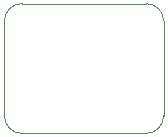
<source format=gbr>
%TF.GenerationSoftware,KiCad,Pcbnew,(5.1.12)-1*%
%TF.CreationDate,2021-11-22T20:58:18+01:00*%
%TF.ProjectId,Adapter-VCNL4010,41646170-7465-4722-9d56-434e4c343031,rev?*%
%TF.SameCoordinates,Original*%
%TF.FileFunction,Profile,NP*%
%FSLAX46Y46*%
G04 Gerber Fmt 4.6, Leading zero omitted, Abs format (unit mm)*
G04 Created by KiCad (PCBNEW (5.1.12)-1) date 2021-11-22 20:58:18*
%MOMM*%
%LPD*%
G01*
G04 APERTURE LIST*
%TA.AperFunction,Profile*%
%ADD10C,0.050000*%
%TD*%
G04 APERTURE END LIST*
D10*
X163000000Y-135000000D02*
G75*
G02*
X161500000Y-136500000I-1500000J0D01*
G01*
X151000000Y-136500000D02*
G75*
G02*
X149500000Y-135000000I0J1500000D01*
G01*
X149500000Y-127000000D02*
G75*
G02*
X151000000Y-125500000I1500000J0D01*
G01*
X161500000Y-125500000D02*
G75*
G02*
X163000000Y-127000000I0J-1500000D01*
G01*
X149500000Y-135000000D02*
X149500000Y-127000000D01*
X161500000Y-136500000D02*
X151000000Y-136500000D01*
X163000000Y-127000000D02*
X163000000Y-135000000D01*
X151000000Y-125500000D02*
X161500000Y-125500000D01*
M02*

</source>
